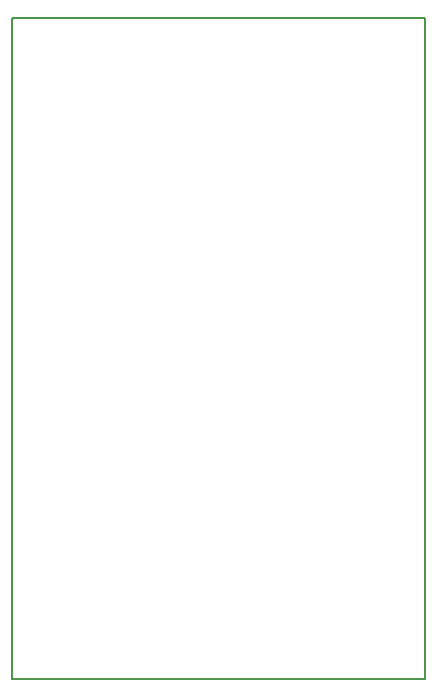
<source format=gbr>
G71*
G90*
G04 Quadcept GERBER*
%MOMM*%
%FSLAX44Y44*%
%ADD10C,0.2*%
G54D10*
G01X-175000Y0000D02*
G01X175000Y0000D01*
G01X175000Y0000D02*
G01X175000Y560000D01*
G01X175000Y560000D02*
G01X-175000Y560000D01*
G01X-175000Y560000D02*
G01X-175000Y0000D01*
M02*

</source>
